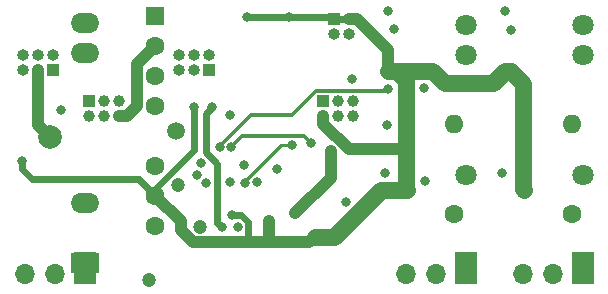
<source format=gbr>
%TF.GenerationSoftware,KiCad,Pcbnew,(5.1.10)-1*%
%TF.CreationDate,2022-01-18T17:52:15+07:00*%
%TF.ProjectId,Power_manager_v3,506f7765-725f-46d6-916e-616765725f76,rev?*%
%TF.SameCoordinates,Original*%
%TF.FileFunction,Copper,L3,Inr*%
%TF.FilePolarity,Positive*%
%FSLAX46Y46*%
G04 Gerber Fmt 4.6, Leading zero omitted, Abs format (unit mm)*
G04 Created by KiCad (PCBNEW (5.1.10)-1) date 2022-01-18 17:52:15*
%MOMM*%
%LPD*%
G01*
G04 APERTURE LIST*
%TA.AperFunction,ComponentPad*%
%ADD10C,1.000000*%
%TD*%
%TA.AperFunction,ComponentPad*%
%ADD11R,1.000000X1.000000*%
%TD*%
%TA.AperFunction,ComponentPad*%
%ADD12C,1.600000*%
%TD*%
%TA.AperFunction,ComponentPad*%
%ADD13R,1.600000X1.600000*%
%TD*%
%TA.AperFunction,ComponentPad*%
%ADD14R,2.400000X1.700000*%
%TD*%
%TA.AperFunction,ComponentPad*%
%ADD15O,2.400000X1.700000*%
%TD*%
%TA.AperFunction,ComponentPad*%
%ADD16O,1.700000X1.700000*%
%TD*%
%TA.AperFunction,ComponentPad*%
%ADD17R,1.900000X2.700000*%
%TD*%
%TA.AperFunction,ComponentPad*%
%ADD18O,1.000000X1.000000*%
%TD*%
%TA.AperFunction,ComponentPad*%
%ADD19C,1.500000*%
%TD*%
%TA.AperFunction,ComponentPad*%
%ADD20O,1.600000X1.600000*%
%TD*%
%TA.AperFunction,ComponentPad*%
%ADD21C,2.000000*%
%TD*%
%TA.AperFunction,ComponentPad*%
%ADD22C,1.800000*%
%TD*%
%TA.AperFunction,ComponentPad*%
%ADD23R,1.800000X1.800000*%
%TD*%
%TA.AperFunction,ViaPad*%
%ADD24C,0.800000*%
%TD*%
%TA.AperFunction,ViaPad*%
%ADD25C,1.200000*%
%TD*%
%TA.AperFunction,ViaPad*%
%ADD26C,1.000000*%
%TD*%
%TA.AperFunction,Conductor*%
%ADD27C,1.000000*%
%TD*%
%TA.AperFunction,Conductor*%
%ADD28C,0.600000*%
%TD*%
%TA.AperFunction,Conductor*%
%ADD29C,1.400000*%
%TD*%
%TA.AperFunction,Conductor*%
%ADD30C,0.300000*%
%TD*%
%TA.AperFunction,Conductor*%
%ADD31C,0.250000*%
%TD*%
G04 APERTURE END LIST*
D10*
%TO.N,/Int*%
%TO.C,U7*%
X104191000Y-84887000D03*
%TO.N,/+5V_valid*%
X104191000Y-83617000D03*
%TO.N,/I2C_SCL*%
X102921000Y-84887000D03*
%TO.N,/I2C_SDA*%
X102921000Y-83617000D03*
%TO.N,GNDPWR*%
X101651000Y-84887000D03*
D11*
%TO.N,+3.3VP*%
X101651000Y-83617000D03*
D10*
%TO.N,GND1*%
X84379000Y-84887000D03*
%TO.N,+5P*%
X84379000Y-83617000D03*
%TO.N,/scl0*%
X83109000Y-84887000D03*
%TO.N,/sda0*%
X83109000Y-83617000D03*
%TO.N,/I2C_Int*%
X81839000Y-84887000D03*
D11*
%TO.N,/+5V_state*%
X81839000Y-83617000D03*
%TD*%
D12*
%TO.N,Net-(JP6-Pad1)*%
%TO.C,U4*%
X87427000Y-94158000D03*
%TO.N,GNDPWR*%
X87427000Y-91618000D03*
%TO.N,Net-(JP5-Pad1)*%
X87436500Y-89078000D03*
%TO.N,/+5V_state*%
X87427000Y-83998000D03*
%TO.N,+5P*%
X87427000Y-81458000D03*
%TO.N,GND1*%
X87427000Y-78918000D03*
D13*
%TO.N,Net-(C6-Pad2)*%
X87427000Y-76378000D03*
%TD*%
D14*
%TO.N,Net-(J1-Pad1)*%
%TO.C,U1*%
X81458000Y-97333000D03*
D15*
%TO.N,Net-(J1-Pad3)*%
X81458000Y-92253000D03*
%TO.N,+5V*%
X81458000Y-79553000D03*
%TO.N,GND1*%
X81458000Y-77013000D03*
%TD*%
D16*
%TO.N,/Load2N*%
%TO.C,J4*%
X118542000Y-98222000D03*
%TO.N,N/C*%
X121082000Y-98222000D03*
D17*
%TO.N,Net-(J4-Pad1)*%
X123622000Y-97714000D03*
%TD*%
D16*
%TO.N,/Load1N*%
%TO.C,J3*%
X108636000Y-98222000D03*
%TO.N,N/C*%
X111176000Y-98222000D03*
D17*
%TO.N,Net-(J3-Pad1)*%
X113716000Y-97714000D03*
%TD*%
D16*
%TO.N,Net-(J1-Pad3)*%
%TO.C,J1*%
X76378000Y-98222000D03*
%TO.N,N/C*%
X78918000Y-98222000D03*
D17*
%TO.N,Net-(J1-Pad1)*%
X81458000Y-97714000D03*
%TD*%
D18*
%TO.N,/nRst*%
%TO.C,JP4*%
X103810000Y-77902000D03*
%TO.N,GNDPWR*%
X103810000Y-76632000D03*
%TO.N,Net-(JP4-Pad2)*%
X102540000Y-77902000D03*
D11*
%TO.N,GNDPWR*%
X102540000Y-76632000D03*
%TD*%
D18*
%TO.N,/sda0*%
%TO.C,J6*%
X89459000Y-79680000D03*
%TO.N,/scl0*%
X89459000Y-80950000D03*
%TO.N,GND1*%
X90729000Y-79680000D03*
X90729000Y-80950000D03*
%TO.N,/I2C_Int*%
X91999000Y-79680000D03*
D11*
%TO.N,/+5V_state*%
X91999000Y-80950000D03*
%TD*%
D19*
%TO.N,Net-(KP1-Pad1)*%
%TO.C,KP1*%
X89205000Y-86157000D03*
%TD*%
D20*
%TO.N,Net-(F1-Pad2)*%
%TO.C,F1*%
X112700000Y-85522000D03*
D12*
%TO.N,AC*%
X112700000Y-93142000D03*
%TD*%
D21*
%TO.N,GND1*%
%TO.C,GND1*%
X78537000Y-86665000D03*
%TD*%
D22*
%TO.N,Net-(D3-Pad2)*%
%TO.C,U2*%
X113716000Y-77140000D03*
%TO.N,+5VP*%
X113716000Y-79680000D03*
%TO.N,Net-(F1-Pad2)*%
X113716000Y-89840000D03*
D23*
%TO.N,Net-(J3-Pad1)*%
X113716000Y-97460000D03*
%TD*%
D22*
%TO.N,Net-(D4-Pad2)*%
%TO.C,U3*%
X123622000Y-77140000D03*
%TO.N,+5VP*%
X123622000Y-79680000D03*
%TO.N,Net-(F2-Pad2)*%
X123622000Y-89840000D03*
D23*
%TO.N,Net-(J4-Pad1)*%
X123622000Y-97460000D03*
%TD*%
D18*
%TO.N,+5V*%
%TO.C,J2*%
X76251000Y-79680000D03*
X76251000Y-80950000D03*
%TO.N,GND1*%
X77521000Y-79680000D03*
X77521000Y-80950000D03*
%TO.N,+5P*%
X78791000Y-79680000D03*
D11*
X78791000Y-80950000D03*
%TD*%
D20*
%TO.N,Net-(F2-Pad2)*%
%TO.C,F2*%
X122733000Y-85522000D03*
D12*
%TO.N,AC*%
X122733000Y-93142000D03*
%TD*%
D24*
%TO.N,GNDPWR*%
X117018000Y-81077000D03*
D25*
X118669000Y-91110000D03*
X108763000Y-91110000D03*
D24*
X95174000Y-76505000D03*
X107112000Y-81077000D03*
X98730000Y-76505000D03*
X118589000Y-87681000D03*
X108683000Y-87681000D03*
X76124000Y-88697000D03*
X100960945Y-95063065D03*
X97057425Y-93755425D03*
X90729000Y-84125022D03*
X93978402Y-93274063D03*
D25*
%TO.N,+5VP*%
X89332000Y-90729000D03*
%TO.N,AC*%
X86919000Y-98730000D03*
%TO.N,+3.3VP*%
X91257678Y-94260868D03*
D24*
X102286000Y-87834000D03*
X94412000Y-94285000D03*
D26*
X99287627Y-93071744D03*
D24*
X104064000Y-81712000D03*
%TO.N,Net-(C9-Pad2)*%
X103571824Y-92141826D03*
%TO.N,Net-(C10-Pad1)*%
X106863013Y-89712998D03*
%TO.N,Net-(C11-Pad2)*%
X110282337Y-90352659D03*
%TO.N,Net-(C12-Pad1)*%
X116764000Y-89713000D03*
%TO.N,/L1_o1_nEn*%
X107112000Y-82601000D03*
X92888000Y-87500679D03*
%TO.N,/L1_o2_nEn*%
X93777000Y-84760000D03*
X110160000Y-82473998D03*
%TO.N,/SPI_MOSI*%
X91361034Y-88840237D03*
%TO.N,/SPI_MISO*%
X91764927Y-90528876D03*
%TO.N,/SPI_SCLK*%
X90960803Y-89882612D03*
%TO.N,/SPI_SSEL*%
X94936969Y-88973799D03*
%TO.N,/Int*%
X100662621Y-87172012D03*
X93899241Y-87490007D03*
%TO.N,Net-(C1-Pad1)*%
X107683500Y-77521000D03*
%TO.N,Net-(C2-Pad1)*%
X117589500Y-77559100D03*
%TO.N,Net-(D1-Pad1)*%
X107175500Y-75997000D03*
%TO.N,Net-(D2-Pad1)*%
X117081500Y-75997000D03*
%TO.N,+5V*%
X79425000Y-84379000D03*
%TO.N,Net-(C17-Pad2)*%
X93062000Y-94285000D03*
X92279000Y-84125020D03*
%TO.N,Net-(R27-Pad2)*%
X97737978Y-89373021D03*
X107096675Y-85632675D03*
%TO.N,/I2C_SDA*%
X96069875Y-90454535D03*
%TO.N,/I2C_SCL*%
X99024357Y-87311990D03*
X95030639Y-90502033D03*
%TO.N,/+5V_valid*%
X93777002Y-90475002D03*
%TD*%
D27*
%TO.N,GND1*%
X85926999Y-80418001D02*
X87427000Y-78918000D01*
X85926999Y-84046107D02*
X85926999Y-80418001D01*
X85086106Y-84887000D02*
X85926999Y-84046107D01*
X84379000Y-84887000D02*
X85086106Y-84887000D01*
X77521000Y-85649000D02*
X78537000Y-86665000D01*
X77521000Y-80950000D02*
X77521000Y-85649000D01*
D28*
%TO.N,GNDPWR*%
X102540000Y-76632000D02*
X103810000Y-76632000D01*
X95174000Y-76505000D02*
X98730000Y-76505000D01*
X102413000Y-76505000D02*
X102540000Y-76632000D01*
X98730000Y-76505000D02*
X102413000Y-76505000D01*
D27*
X104517106Y-76632000D02*
X103810000Y-76632000D01*
X107112000Y-79226894D02*
X104517106Y-76632000D01*
X107112000Y-81077000D02*
X107112000Y-79226894D01*
D29*
X118589000Y-91030000D02*
X118669000Y-91110000D01*
X118589000Y-87681000D02*
X118589000Y-91030000D01*
X108683000Y-91030000D02*
X108763000Y-91110000D01*
X108683000Y-87681000D02*
X108683000Y-91030000D01*
D27*
X90633677Y-95560869D02*
X89586000Y-94513192D01*
X89586000Y-93777000D02*
X87427000Y-91618000D01*
X89586000Y-94513192D02*
X89586000Y-93777000D01*
X100463141Y-95560869D02*
X100960945Y-95063065D01*
X97073131Y-95560869D02*
X100463141Y-95560869D01*
X97073131Y-95560869D02*
X97073131Y-93771131D01*
X97073131Y-93771131D02*
X97057425Y-93755425D01*
X103830070Y-87681000D02*
X108683000Y-87681000D01*
X101651000Y-85501930D02*
X103830070Y-87681000D01*
X101651000Y-84887000D02*
X101651000Y-85501930D01*
D28*
X76124000Y-89332000D02*
X76124000Y-88697000D01*
X86030000Y-90221000D02*
X77013000Y-90221000D01*
X77013000Y-90221000D02*
X76124000Y-89332000D01*
X87427000Y-91618000D02*
X86030000Y-90221000D01*
D29*
X107874000Y-81077000D02*
X107112000Y-81077000D01*
X108683000Y-81886000D02*
X107874000Y-81077000D01*
X108683000Y-87681000D02*
X108683000Y-81886000D01*
X117526000Y-81077000D02*
X117018000Y-81077000D01*
X118589000Y-82140000D02*
X117526000Y-81077000D01*
X118589000Y-87681000D02*
X118589000Y-82140000D01*
D28*
X95312001Y-93852999D02*
X95312001Y-95289999D01*
X94733065Y-93274063D02*
X95312001Y-93852999D01*
X93978402Y-93274063D02*
X94733065Y-93274063D01*
X95312001Y-95289999D02*
X95041131Y-95560869D01*
D27*
X95041131Y-95560869D02*
X90633677Y-95560869D01*
X97073131Y-95560869D02*
X95041131Y-95560869D01*
D28*
X87427000Y-91618000D02*
X87427000Y-91011502D01*
X90729000Y-87709502D02*
X90729000Y-84125022D01*
X87427000Y-91011502D02*
X90729000Y-87709502D01*
D29*
X107112000Y-81077000D02*
X107142001Y-81046999D01*
X116002000Y-82093000D02*
X117018000Y-81077000D01*
X107142001Y-81046999D02*
X110891999Y-81046999D01*
X111938000Y-82093000D02*
X116002000Y-82093000D01*
X110891999Y-81046999D02*
X111938000Y-82093000D01*
X102587435Y-95063065D02*
X100960945Y-95063065D01*
X106540500Y-91110000D02*
X102587435Y-95063065D01*
X108763000Y-91110000D02*
X106540500Y-91110000D01*
D27*
%TO.N,+3.3VP*%
X102286000Y-87834000D02*
X102286000Y-90094000D01*
X99308256Y-93071744D02*
X99287627Y-93071744D01*
X102286000Y-90094000D02*
X99308256Y-93071744D01*
D30*
%TO.N,/L1_o1_nEn*%
X92888000Y-87427000D02*
X92888000Y-87500679D01*
X107112000Y-82601000D02*
X106985000Y-82728000D01*
X98984000Y-84760000D02*
X101016000Y-82728000D01*
X95555000Y-84760000D02*
X98984000Y-84760000D01*
X106985000Y-82728000D02*
X101016000Y-82728000D01*
X95555000Y-84760000D02*
X92888000Y-87427000D01*
%TO.N,/Int*%
X100052598Y-86561989D02*
X94827259Y-86561989D01*
X94827259Y-86561989D02*
X93899241Y-87490007D01*
X100662621Y-87172012D02*
X100052598Y-86561989D01*
D28*
%TO.N,Net-(C17-Pad2)*%
X91724868Y-84679152D02*
X92279000Y-84125020D01*
X92705125Y-93928125D02*
X92705125Y-88907492D01*
X91724868Y-87927235D02*
X91724868Y-84679152D01*
X93062000Y-94285000D02*
X92705125Y-93928125D01*
X92705125Y-88907492D02*
X91724868Y-87927235D01*
D31*
%TO.N,/I2C_SCL*%
X95030639Y-90364361D02*
X95030639Y-90502033D01*
X98083010Y-87311990D02*
X95030639Y-90364361D01*
X99024357Y-87311990D02*
X98083010Y-87311990D01*
%TD*%
M02*

</source>
